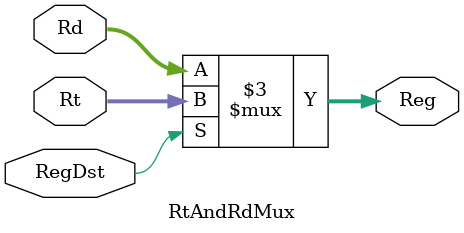
<source format=v>
module RtAndRdMux(
	input [4:0] Rt,
	input [4:0] Rd,
	input RegDst, //Sinal imediato
	output reg [4:0] Reg
);

always@ (*) begin
		if(RegDst) 
			Reg = Rt;
		else 
			Reg = Rd;
end

endmodule

</source>
